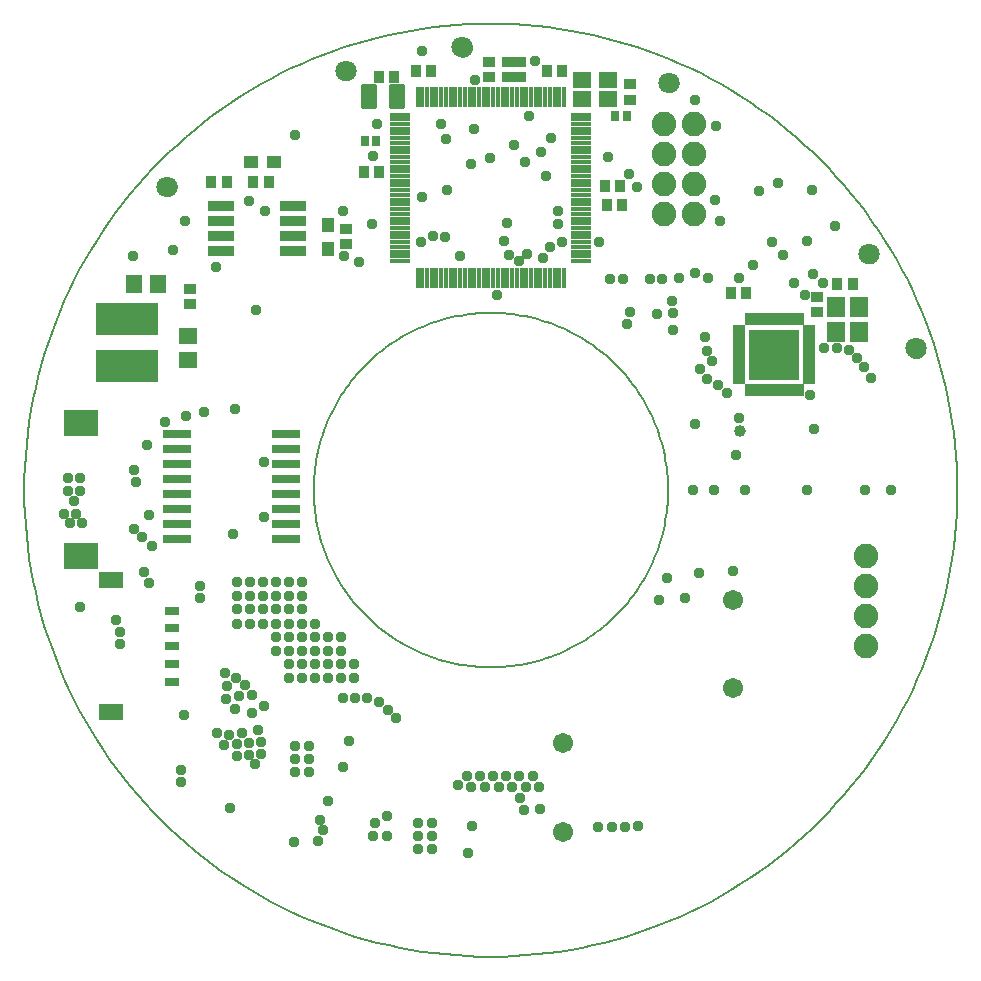
<source format=gbs>
G75*
%MOIN*%
%OFA0B0*%
%FSLAX25Y25*%
%IPPOS*%
%LPD*%
%AMOC8*
5,1,8,0,0,1.08239X$1,22.5*
%
%ADD10C,0.00600*%
%ADD11C,0.00000*%
%ADD12C,0.07099*%
%ADD13R,0.05918X0.06706*%
%ADD14R,0.04343X0.03556*%
%ADD15R,0.03556X0.04343*%
%ADD16R,0.04737X0.03950*%
%ADD17R,0.03950X0.04737*%
%ADD18R,0.05524X0.05918*%
%ADD19R,0.05918X0.05524*%
%ADD20R,0.01765X0.07099*%
%ADD21R,0.07099X0.01765*%
%ADD22R,0.08800X0.03400*%
%ADD23R,0.09461X0.03162*%
%ADD24R,0.20800X0.10800*%
%ADD25R,0.03162X0.03556*%
%ADD26C,0.06737*%
%ADD27R,0.06312X0.05524*%
%ADD28R,0.04146X0.01902*%
%ADD29R,0.01902X0.04146*%
%ADD30R,0.17139X0.17139*%
%ADD31C,0.01539*%
%ADD32R,0.11824X0.09068*%
%ADD33C,0.08200*%
%ADD34R,0.04737X0.03162*%
%ADD35R,0.07887X0.05721*%
%ADD36C,0.03778*%
%ADD37C,0.03975*%
D10*
X0154843Y0163111D02*
X0154861Y0164560D01*
X0154914Y0166009D01*
X0155003Y0167455D01*
X0155127Y0168899D01*
X0155287Y0170340D01*
X0155482Y0171776D01*
X0155712Y0173207D01*
X0155978Y0174632D01*
X0156278Y0176050D01*
X0156613Y0177460D01*
X0156982Y0178862D01*
X0157386Y0180254D01*
X0157824Y0181635D01*
X0158295Y0183006D01*
X0158800Y0184365D01*
X0159338Y0185710D01*
X0159909Y0187043D01*
X0160513Y0188360D01*
X0161149Y0189663D01*
X0161816Y0190949D01*
X0162515Y0192219D01*
X0163245Y0193471D01*
X0164005Y0194705D01*
X0164796Y0195920D01*
X0165616Y0197115D01*
X0166465Y0198290D01*
X0167342Y0199444D01*
X0168248Y0200575D01*
X0169181Y0201684D01*
X0170141Y0202770D01*
X0171128Y0203832D01*
X0172140Y0204869D01*
X0173177Y0205881D01*
X0174239Y0206868D01*
X0175325Y0207828D01*
X0176434Y0208761D01*
X0177565Y0209667D01*
X0178719Y0210544D01*
X0179894Y0211393D01*
X0181089Y0212213D01*
X0182304Y0213004D01*
X0183538Y0213764D01*
X0184790Y0214494D01*
X0186060Y0215193D01*
X0187346Y0215860D01*
X0188649Y0216496D01*
X0189966Y0217100D01*
X0191299Y0217671D01*
X0192644Y0218209D01*
X0194003Y0218714D01*
X0195374Y0219185D01*
X0196755Y0219623D01*
X0198147Y0220027D01*
X0199549Y0220396D01*
X0200959Y0220731D01*
X0202377Y0221031D01*
X0203802Y0221297D01*
X0205233Y0221527D01*
X0206669Y0221722D01*
X0208110Y0221882D01*
X0209554Y0222006D01*
X0211000Y0222095D01*
X0212449Y0222148D01*
X0213898Y0222166D01*
X0215347Y0222148D01*
X0216796Y0222095D01*
X0218242Y0222006D01*
X0219686Y0221882D01*
X0221127Y0221722D01*
X0222563Y0221527D01*
X0223994Y0221297D01*
X0225419Y0221031D01*
X0226837Y0220731D01*
X0228247Y0220396D01*
X0229649Y0220027D01*
X0231041Y0219623D01*
X0232422Y0219185D01*
X0233793Y0218714D01*
X0235152Y0218209D01*
X0236497Y0217671D01*
X0237830Y0217100D01*
X0239147Y0216496D01*
X0240450Y0215860D01*
X0241736Y0215193D01*
X0243006Y0214494D01*
X0244258Y0213764D01*
X0245492Y0213004D01*
X0246707Y0212213D01*
X0247902Y0211393D01*
X0249077Y0210544D01*
X0250231Y0209667D01*
X0251362Y0208761D01*
X0252471Y0207828D01*
X0253557Y0206868D01*
X0254619Y0205881D01*
X0255656Y0204869D01*
X0256668Y0203832D01*
X0257655Y0202770D01*
X0258615Y0201684D01*
X0259548Y0200575D01*
X0260454Y0199444D01*
X0261331Y0198290D01*
X0262180Y0197115D01*
X0263000Y0195920D01*
X0263791Y0194705D01*
X0264551Y0193471D01*
X0265281Y0192219D01*
X0265980Y0190949D01*
X0266647Y0189663D01*
X0267283Y0188360D01*
X0267887Y0187043D01*
X0268458Y0185710D01*
X0268996Y0184365D01*
X0269501Y0183006D01*
X0269972Y0181635D01*
X0270410Y0180254D01*
X0270814Y0178862D01*
X0271183Y0177460D01*
X0271518Y0176050D01*
X0271818Y0174632D01*
X0272084Y0173207D01*
X0272314Y0171776D01*
X0272509Y0170340D01*
X0272669Y0168899D01*
X0272793Y0167455D01*
X0272882Y0166009D01*
X0272935Y0164560D01*
X0272953Y0163111D01*
X0272935Y0161662D01*
X0272882Y0160213D01*
X0272793Y0158767D01*
X0272669Y0157323D01*
X0272509Y0155882D01*
X0272314Y0154446D01*
X0272084Y0153015D01*
X0271818Y0151590D01*
X0271518Y0150172D01*
X0271183Y0148762D01*
X0270814Y0147360D01*
X0270410Y0145968D01*
X0269972Y0144587D01*
X0269501Y0143216D01*
X0268996Y0141857D01*
X0268458Y0140512D01*
X0267887Y0139179D01*
X0267283Y0137862D01*
X0266647Y0136559D01*
X0265980Y0135273D01*
X0265281Y0134003D01*
X0264551Y0132751D01*
X0263791Y0131517D01*
X0263000Y0130302D01*
X0262180Y0129107D01*
X0261331Y0127932D01*
X0260454Y0126778D01*
X0259548Y0125647D01*
X0258615Y0124538D01*
X0257655Y0123452D01*
X0256668Y0122390D01*
X0255656Y0121353D01*
X0254619Y0120341D01*
X0253557Y0119354D01*
X0252471Y0118394D01*
X0251362Y0117461D01*
X0250231Y0116555D01*
X0249077Y0115678D01*
X0247902Y0114829D01*
X0246707Y0114009D01*
X0245492Y0113218D01*
X0244258Y0112458D01*
X0243006Y0111728D01*
X0241736Y0111029D01*
X0240450Y0110362D01*
X0239147Y0109726D01*
X0237830Y0109122D01*
X0236497Y0108551D01*
X0235152Y0108013D01*
X0233793Y0107508D01*
X0232422Y0107037D01*
X0231041Y0106599D01*
X0229649Y0106195D01*
X0228247Y0105826D01*
X0226837Y0105491D01*
X0225419Y0105191D01*
X0223994Y0104925D01*
X0222563Y0104695D01*
X0221127Y0104500D01*
X0219686Y0104340D01*
X0218242Y0104216D01*
X0216796Y0104127D01*
X0215347Y0104074D01*
X0213898Y0104056D01*
X0212449Y0104074D01*
X0211000Y0104127D01*
X0209554Y0104216D01*
X0208110Y0104340D01*
X0206669Y0104500D01*
X0205233Y0104695D01*
X0203802Y0104925D01*
X0202377Y0105191D01*
X0200959Y0105491D01*
X0199549Y0105826D01*
X0198147Y0106195D01*
X0196755Y0106599D01*
X0195374Y0107037D01*
X0194003Y0107508D01*
X0192644Y0108013D01*
X0191299Y0108551D01*
X0189966Y0109122D01*
X0188649Y0109726D01*
X0187346Y0110362D01*
X0186060Y0111029D01*
X0184790Y0111728D01*
X0183538Y0112458D01*
X0182304Y0113218D01*
X0181089Y0114009D01*
X0179894Y0114829D01*
X0178719Y0115678D01*
X0177565Y0116555D01*
X0176434Y0117461D01*
X0175325Y0118394D01*
X0174239Y0119354D01*
X0173177Y0120341D01*
X0172140Y0121353D01*
X0171128Y0122390D01*
X0170141Y0123452D01*
X0169181Y0124538D01*
X0168248Y0125647D01*
X0167342Y0126778D01*
X0166465Y0127932D01*
X0165616Y0129107D01*
X0164796Y0130302D01*
X0164005Y0131517D01*
X0163245Y0132751D01*
X0162515Y0134003D01*
X0161816Y0135273D01*
X0161149Y0136559D01*
X0160513Y0137862D01*
X0159909Y0139179D01*
X0159338Y0140512D01*
X0158800Y0141857D01*
X0158295Y0143216D01*
X0157824Y0144587D01*
X0157386Y0145968D01*
X0156982Y0147360D01*
X0156613Y0148762D01*
X0156278Y0150172D01*
X0155978Y0151590D01*
X0155712Y0153015D01*
X0155482Y0154446D01*
X0155287Y0155882D01*
X0155127Y0157323D01*
X0155003Y0158767D01*
X0154914Y0160213D01*
X0154861Y0161662D01*
X0154843Y0163111D01*
X0058386Y0163111D02*
X0058433Y0166927D01*
X0058573Y0170742D01*
X0058807Y0174551D01*
X0059135Y0178354D01*
X0059556Y0182147D01*
X0060069Y0185929D01*
X0060676Y0189698D01*
X0061374Y0193450D01*
X0062165Y0197184D01*
X0063046Y0200897D01*
X0064019Y0204588D01*
X0065082Y0208254D01*
X0066235Y0211892D01*
X0067477Y0215501D01*
X0068806Y0219079D01*
X0070224Y0222623D01*
X0071727Y0226131D01*
X0073317Y0229601D01*
X0074991Y0233031D01*
X0076749Y0236419D01*
X0078589Y0239763D01*
X0080511Y0243060D01*
X0082513Y0246310D01*
X0084594Y0249509D01*
X0086754Y0252656D01*
X0088990Y0255749D01*
X0091301Y0258787D01*
X0093686Y0261767D01*
X0096143Y0264687D01*
X0098671Y0267546D01*
X0101269Y0270343D01*
X0103934Y0273075D01*
X0106666Y0275740D01*
X0109463Y0278338D01*
X0112322Y0280866D01*
X0115242Y0283323D01*
X0118222Y0285708D01*
X0121260Y0288019D01*
X0124353Y0290255D01*
X0127500Y0292415D01*
X0130699Y0294496D01*
X0133949Y0296498D01*
X0137246Y0298420D01*
X0140590Y0300260D01*
X0143978Y0302018D01*
X0147408Y0303692D01*
X0150878Y0305282D01*
X0154386Y0306785D01*
X0157930Y0308203D01*
X0161508Y0309532D01*
X0165117Y0310774D01*
X0168755Y0311927D01*
X0172421Y0312990D01*
X0176112Y0313963D01*
X0179825Y0314844D01*
X0183559Y0315635D01*
X0187311Y0316333D01*
X0191080Y0316940D01*
X0194862Y0317453D01*
X0198655Y0317874D01*
X0202458Y0318202D01*
X0206267Y0318436D01*
X0210082Y0318576D01*
X0213898Y0318623D01*
X0217714Y0318576D01*
X0221529Y0318436D01*
X0225338Y0318202D01*
X0229141Y0317874D01*
X0232934Y0317453D01*
X0236716Y0316940D01*
X0240485Y0316333D01*
X0244237Y0315635D01*
X0247971Y0314844D01*
X0251684Y0313963D01*
X0255375Y0312990D01*
X0259041Y0311927D01*
X0262679Y0310774D01*
X0266288Y0309532D01*
X0269866Y0308203D01*
X0273410Y0306785D01*
X0276918Y0305282D01*
X0280388Y0303692D01*
X0283818Y0302018D01*
X0287206Y0300260D01*
X0290550Y0298420D01*
X0293847Y0296498D01*
X0297097Y0294496D01*
X0300296Y0292415D01*
X0303443Y0290255D01*
X0306536Y0288019D01*
X0309574Y0285708D01*
X0312554Y0283323D01*
X0315474Y0280866D01*
X0318333Y0278338D01*
X0321130Y0275740D01*
X0323862Y0273075D01*
X0326527Y0270343D01*
X0329125Y0267546D01*
X0331653Y0264687D01*
X0334110Y0261767D01*
X0336495Y0258787D01*
X0338806Y0255749D01*
X0341042Y0252656D01*
X0343202Y0249509D01*
X0345283Y0246310D01*
X0347285Y0243060D01*
X0349207Y0239763D01*
X0351047Y0236419D01*
X0352805Y0233031D01*
X0354479Y0229601D01*
X0356069Y0226131D01*
X0357572Y0222623D01*
X0358990Y0219079D01*
X0360319Y0215501D01*
X0361561Y0211892D01*
X0362714Y0208254D01*
X0363777Y0204588D01*
X0364750Y0200897D01*
X0365631Y0197184D01*
X0366422Y0193450D01*
X0367120Y0189698D01*
X0367727Y0185929D01*
X0368240Y0182147D01*
X0368661Y0178354D01*
X0368989Y0174551D01*
X0369223Y0170742D01*
X0369363Y0166927D01*
X0369410Y0163111D01*
X0369363Y0159295D01*
X0369223Y0155480D01*
X0368989Y0151671D01*
X0368661Y0147868D01*
X0368240Y0144075D01*
X0367727Y0140293D01*
X0367120Y0136524D01*
X0366422Y0132772D01*
X0365631Y0129038D01*
X0364750Y0125325D01*
X0363777Y0121634D01*
X0362714Y0117968D01*
X0361561Y0114330D01*
X0360319Y0110721D01*
X0358990Y0107143D01*
X0357572Y0103599D01*
X0356069Y0100091D01*
X0354479Y0096621D01*
X0352805Y0093191D01*
X0351047Y0089803D01*
X0349207Y0086459D01*
X0347285Y0083162D01*
X0345283Y0079912D01*
X0343202Y0076713D01*
X0341042Y0073566D01*
X0338806Y0070473D01*
X0336495Y0067435D01*
X0334110Y0064455D01*
X0331653Y0061535D01*
X0329125Y0058676D01*
X0326527Y0055879D01*
X0323862Y0053147D01*
X0321130Y0050482D01*
X0318333Y0047884D01*
X0315474Y0045356D01*
X0312554Y0042899D01*
X0309574Y0040514D01*
X0306536Y0038203D01*
X0303443Y0035967D01*
X0300296Y0033807D01*
X0297097Y0031726D01*
X0293847Y0029724D01*
X0290550Y0027802D01*
X0287206Y0025962D01*
X0283818Y0024204D01*
X0280388Y0022530D01*
X0276918Y0020940D01*
X0273410Y0019437D01*
X0269866Y0018019D01*
X0266288Y0016690D01*
X0262679Y0015448D01*
X0259041Y0014295D01*
X0255375Y0013232D01*
X0251684Y0012259D01*
X0247971Y0011378D01*
X0244237Y0010587D01*
X0240485Y0009889D01*
X0236716Y0009282D01*
X0232934Y0008769D01*
X0229141Y0008348D01*
X0225338Y0008020D01*
X0221529Y0007786D01*
X0217714Y0007646D01*
X0213898Y0007599D01*
X0210082Y0007646D01*
X0206267Y0007786D01*
X0202458Y0008020D01*
X0198655Y0008348D01*
X0194862Y0008769D01*
X0191080Y0009282D01*
X0187311Y0009889D01*
X0183559Y0010587D01*
X0179825Y0011378D01*
X0176112Y0012259D01*
X0172421Y0013232D01*
X0168755Y0014295D01*
X0165117Y0015448D01*
X0161508Y0016690D01*
X0157930Y0018019D01*
X0154386Y0019437D01*
X0150878Y0020940D01*
X0147408Y0022530D01*
X0143978Y0024204D01*
X0140590Y0025962D01*
X0137246Y0027802D01*
X0133949Y0029724D01*
X0130699Y0031726D01*
X0127500Y0033807D01*
X0124353Y0035967D01*
X0121260Y0038203D01*
X0118222Y0040514D01*
X0115242Y0042899D01*
X0112322Y0045356D01*
X0109463Y0047884D01*
X0106666Y0050482D01*
X0103934Y0053147D01*
X0101269Y0055879D01*
X0098671Y0058676D01*
X0096143Y0061535D01*
X0093686Y0064455D01*
X0091301Y0067435D01*
X0088990Y0070473D01*
X0086754Y0073566D01*
X0084594Y0076713D01*
X0082513Y0079912D01*
X0080511Y0083162D01*
X0078589Y0086459D01*
X0076749Y0089803D01*
X0074991Y0093191D01*
X0073317Y0096621D01*
X0071727Y0100091D01*
X0070224Y0103599D01*
X0068806Y0107143D01*
X0067477Y0110721D01*
X0066235Y0114330D01*
X0065082Y0117968D01*
X0064019Y0121634D01*
X0063046Y0125325D01*
X0062165Y0129038D01*
X0061374Y0132772D01*
X0060676Y0136524D01*
X0060069Y0140293D01*
X0059556Y0144075D01*
X0059135Y0147868D01*
X0058807Y0151671D01*
X0058573Y0155480D01*
X0058433Y0159295D01*
X0058386Y0163111D01*
D11*
X0102874Y0264292D02*
X0102876Y0264404D01*
X0102882Y0264515D01*
X0102892Y0264627D01*
X0102906Y0264738D01*
X0102923Y0264848D01*
X0102945Y0264958D01*
X0102971Y0265067D01*
X0103000Y0265175D01*
X0103033Y0265281D01*
X0103070Y0265387D01*
X0103111Y0265491D01*
X0103156Y0265594D01*
X0103204Y0265695D01*
X0103255Y0265794D01*
X0103310Y0265891D01*
X0103369Y0265986D01*
X0103430Y0266080D01*
X0103495Y0266171D01*
X0103564Y0266259D01*
X0103635Y0266345D01*
X0103709Y0266429D01*
X0103787Y0266509D01*
X0103867Y0266587D01*
X0103950Y0266663D01*
X0104035Y0266735D01*
X0104123Y0266804D01*
X0104213Y0266870D01*
X0104306Y0266932D01*
X0104401Y0266992D01*
X0104498Y0267048D01*
X0104596Y0267100D01*
X0104697Y0267149D01*
X0104799Y0267194D01*
X0104903Y0267236D01*
X0105008Y0267274D01*
X0105115Y0267308D01*
X0105222Y0267338D01*
X0105331Y0267365D01*
X0105440Y0267387D01*
X0105551Y0267406D01*
X0105661Y0267421D01*
X0105773Y0267432D01*
X0105884Y0267439D01*
X0105996Y0267442D01*
X0106108Y0267441D01*
X0106220Y0267436D01*
X0106331Y0267427D01*
X0106442Y0267414D01*
X0106553Y0267397D01*
X0106663Y0267377D01*
X0106772Y0267352D01*
X0106880Y0267324D01*
X0106987Y0267291D01*
X0107093Y0267255D01*
X0107197Y0267215D01*
X0107300Y0267172D01*
X0107402Y0267125D01*
X0107501Y0267074D01*
X0107599Y0267020D01*
X0107695Y0266962D01*
X0107789Y0266901D01*
X0107880Y0266837D01*
X0107969Y0266770D01*
X0108056Y0266699D01*
X0108140Y0266625D01*
X0108222Y0266549D01*
X0108300Y0266469D01*
X0108376Y0266387D01*
X0108449Y0266302D01*
X0108519Y0266215D01*
X0108585Y0266125D01*
X0108649Y0266033D01*
X0108709Y0265939D01*
X0108766Y0265843D01*
X0108819Y0265744D01*
X0108869Y0265644D01*
X0108915Y0265543D01*
X0108958Y0265439D01*
X0108997Y0265334D01*
X0109032Y0265228D01*
X0109063Y0265121D01*
X0109091Y0265012D01*
X0109114Y0264903D01*
X0109134Y0264793D01*
X0109150Y0264682D01*
X0109162Y0264571D01*
X0109170Y0264460D01*
X0109174Y0264348D01*
X0109174Y0264236D01*
X0109170Y0264124D01*
X0109162Y0264013D01*
X0109150Y0263902D01*
X0109134Y0263791D01*
X0109114Y0263681D01*
X0109091Y0263572D01*
X0109063Y0263463D01*
X0109032Y0263356D01*
X0108997Y0263250D01*
X0108958Y0263145D01*
X0108915Y0263041D01*
X0108869Y0262940D01*
X0108819Y0262840D01*
X0108766Y0262741D01*
X0108709Y0262645D01*
X0108649Y0262551D01*
X0108585Y0262459D01*
X0108519Y0262369D01*
X0108449Y0262282D01*
X0108376Y0262197D01*
X0108300Y0262115D01*
X0108222Y0262035D01*
X0108140Y0261959D01*
X0108056Y0261885D01*
X0107969Y0261814D01*
X0107880Y0261747D01*
X0107789Y0261683D01*
X0107695Y0261622D01*
X0107599Y0261564D01*
X0107501Y0261510D01*
X0107402Y0261459D01*
X0107300Y0261412D01*
X0107197Y0261369D01*
X0107093Y0261329D01*
X0106987Y0261293D01*
X0106880Y0261260D01*
X0106772Y0261232D01*
X0106663Y0261207D01*
X0106553Y0261187D01*
X0106442Y0261170D01*
X0106331Y0261157D01*
X0106220Y0261148D01*
X0106108Y0261143D01*
X0105996Y0261142D01*
X0105884Y0261145D01*
X0105773Y0261152D01*
X0105661Y0261163D01*
X0105551Y0261178D01*
X0105440Y0261197D01*
X0105331Y0261219D01*
X0105222Y0261246D01*
X0105115Y0261276D01*
X0105008Y0261310D01*
X0104903Y0261348D01*
X0104799Y0261390D01*
X0104697Y0261435D01*
X0104596Y0261484D01*
X0104498Y0261536D01*
X0104401Y0261592D01*
X0104306Y0261652D01*
X0104213Y0261714D01*
X0104123Y0261780D01*
X0104035Y0261849D01*
X0103950Y0261921D01*
X0103867Y0261997D01*
X0103787Y0262075D01*
X0103709Y0262155D01*
X0103635Y0262239D01*
X0103564Y0262325D01*
X0103495Y0262413D01*
X0103430Y0262504D01*
X0103369Y0262598D01*
X0103310Y0262693D01*
X0103255Y0262790D01*
X0103204Y0262889D01*
X0103156Y0262990D01*
X0103111Y0263093D01*
X0103070Y0263197D01*
X0103033Y0263303D01*
X0103000Y0263409D01*
X0102971Y0263517D01*
X0102945Y0263626D01*
X0102923Y0263736D01*
X0102906Y0263846D01*
X0102892Y0263957D01*
X0102882Y0264069D01*
X0102876Y0264180D01*
X0102874Y0264292D01*
X0162323Y0302875D02*
X0162325Y0302987D01*
X0162331Y0303098D01*
X0162341Y0303210D01*
X0162355Y0303321D01*
X0162372Y0303431D01*
X0162394Y0303541D01*
X0162420Y0303650D01*
X0162449Y0303758D01*
X0162482Y0303864D01*
X0162519Y0303970D01*
X0162560Y0304074D01*
X0162605Y0304177D01*
X0162653Y0304278D01*
X0162704Y0304377D01*
X0162759Y0304474D01*
X0162818Y0304569D01*
X0162879Y0304663D01*
X0162944Y0304754D01*
X0163013Y0304842D01*
X0163084Y0304928D01*
X0163158Y0305012D01*
X0163236Y0305092D01*
X0163316Y0305170D01*
X0163399Y0305246D01*
X0163484Y0305318D01*
X0163572Y0305387D01*
X0163662Y0305453D01*
X0163755Y0305515D01*
X0163850Y0305575D01*
X0163947Y0305631D01*
X0164045Y0305683D01*
X0164146Y0305732D01*
X0164248Y0305777D01*
X0164352Y0305819D01*
X0164457Y0305857D01*
X0164564Y0305891D01*
X0164671Y0305921D01*
X0164780Y0305948D01*
X0164889Y0305970D01*
X0165000Y0305989D01*
X0165110Y0306004D01*
X0165222Y0306015D01*
X0165333Y0306022D01*
X0165445Y0306025D01*
X0165557Y0306024D01*
X0165669Y0306019D01*
X0165780Y0306010D01*
X0165891Y0305997D01*
X0166002Y0305980D01*
X0166112Y0305960D01*
X0166221Y0305935D01*
X0166329Y0305907D01*
X0166436Y0305874D01*
X0166542Y0305838D01*
X0166646Y0305798D01*
X0166749Y0305755D01*
X0166851Y0305708D01*
X0166950Y0305657D01*
X0167048Y0305603D01*
X0167144Y0305545D01*
X0167238Y0305484D01*
X0167329Y0305420D01*
X0167418Y0305353D01*
X0167505Y0305282D01*
X0167589Y0305208D01*
X0167671Y0305132D01*
X0167749Y0305052D01*
X0167825Y0304970D01*
X0167898Y0304885D01*
X0167968Y0304798D01*
X0168034Y0304708D01*
X0168098Y0304616D01*
X0168158Y0304522D01*
X0168215Y0304426D01*
X0168268Y0304327D01*
X0168318Y0304227D01*
X0168364Y0304126D01*
X0168407Y0304022D01*
X0168446Y0303917D01*
X0168481Y0303811D01*
X0168512Y0303704D01*
X0168540Y0303595D01*
X0168563Y0303486D01*
X0168583Y0303376D01*
X0168599Y0303265D01*
X0168611Y0303154D01*
X0168619Y0303043D01*
X0168623Y0302931D01*
X0168623Y0302819D01*
X0168619Y0302707D01*
X0168611Y0302596D01*
X0168599Y0302485D01*
X0168583Y0302374D01*
X0168563Y0302264D01*
X0168540Y0302155D01*
X0168512Y0302046D01*
X0168481Y0301939D01*
X0168446Y0301833D01*
X0168407Y0301728D01*
X0168364Y0301624D01*
X0168318Y0301523D01*
X0168268Y0301423D01*
X0168215Y0301324D01*
X0168158Y0301228D01*
X0168098Y0301134D01*
X0168034Y0301042D01*
X0167968Y0300952D01*
X0167898Y0300865D01*
X0167825Y0300780D01*
X0167749Y0300698D01*
X0167671Y0300618D01*
X0167589Y0300542D01*
X0167505Y0300468D01*
X0167418Y0300397D01*
X0167329Y0300330D01*
X0167238Y0300266D01*
X0167144Y0300205D01*
X0167048Y0300147D01*
X0166950Y0300093D01*
X0166851Y0300042D01*
X0166749Y0299995D01*
X0166646Y0299952D01*
X0166542Y0299912D01*
X0166436Y0299876D01*
X0166329Y0299843D01*
X0166221Y0299815D01*
X0166112Y0299790D01*
X0166002Y0299770D01*
X0165891Y0299753D01*
X0165780Y0299740D01*
X0165669Y0299731D01*
X0165557Y0299726D01*
X0165445Y0299725D01*
X0165333Y0299728D01*
X0165222Y0299735D01*
X0165110Y0299746D01*
X0165000Y0299761D01*
X0164889Y0299780D01*
X0164780Y0299802D01*
X0164671Y0299829D01*
X0164564Y0299859D01*
X0164457Y0299893D01*
X0164352Y0299931D01*
X0164248Y0299973D01*
X0164146Y0300018D01*
X0164045Y0300067D01*
X0163947Y0300119D01*
X0163850Y0300175D01*
X0163755Y0300235D01*
X0163662Y0300297D01*
X0163572Y0300363D01*
X0163484Y0300432D01*
X0163399Y0300504D01*
X0163316Y0300580D01*
X0163236Y0300658D01*
X0163158Y0300738D01*
X0163084Y0300822D01*
X0163013Y0300908D01*
X0162944Y0300996D01*
X0162879Y0301087D01*
X0162818Y0301181D01*
X0162759Y0301276D01*
X0162704Y0301373D01*
X0162653Y0301472D01*
X0162605Y0301573D01*
X0162560Y0301676D01*
X0162519Y0301780D01*
X0162482Y0301886D01*
X0162449Y0301992D01*
X0162420Y0302100D01*
X0162394Y0302209D01*
X0162372Y0302319D01*
X0162355Y0302429D01*
X0162341Y0302540D01*
X0162331Y0302652D01*
X0162325Y0302763D01*
X0162323Y0302875D01*
X0201300Y0310749D02*
X0201302Y0310861D01*
X0201308Y0310972D01*
X0201318Y0311084D01*
X0201332Y0311195D01*
X0201349Y0311305D01*
X0201371Y0311415D01*
X0201397Y0311524D01*
X0201426Y0311632D01*
X0201459Y0311738D01*
X0201496Y0311844D01*
X0201537Y0311948D01*
X0201582Y0312051D01*
X0201630Y0312152D01*
X0201681Y0312251D01*
X0201736Y0312348D01*
X0201795Y0312443D01*
X0201856Y0312537D01*
X0201921Y0312628D01*
X0201990Y0312716D01*
X0202061Y0312802D01*
X0202135Y0312886D01*
X0202213Y0312966D01*
X0202293Y0313044D01*
X0202376Y0313120D01*
X0202461Y0313192D01*
X0202549Y0313261D01*
X0202639Y0313327D01*
X0202732Y0313389D01*
X0202827Y0313449D01*
X0202924Y0313505D01*
X0203022Y0313557D01*
X0203123Y0313606D01*
X0203225Y0313651D01*
X0203329Y0313693D01*
X0203434Y0313731D01*
X0203541Y0313765D01*
X0203648Y0313795D01*
X0203757Y0313822D01*
X0203866Y0313844D01*
X0203977Y0313863D01*
X0204087Y0313878D01*
X0204199Y0313889D01*
X0204310Y0313896D01*
X0204422Y0313899D01*
X0204534Y0313898D01*
X0204646Y0313893D01*
X0204757Y0313884D01*
X0204868Y0313871D01*
X0204979Y0313854D01*
X0205089Y0313834D01*
X0205198Y0313809D01*
X0205306Y0313781D01*
X0205413Y0313748D01*
X0205519Y0313712D01*
X0205623Y0313672D01*
X0205726Y0313629D01*
X0205828Y0313582D01*
X0205927Y0313531D01*
X0206025Y0313477D01*
X0206121Y0313419D01*
X0206215Y0313358D01*
X0206306Y0313294D01*
X0206395Y0313227D01*
X0206482Y0313156D01*
X0206566Y0313082D01*
X0206648Y0313006D01*
X0206726Y0312926D01*
X0206802Y0312844D01*
X0206875Y0312759D01*
X0206945Y0312672D01*
X0207011Y0312582D01*
X0207075Y0312490D01*
X0207135Y0312396D01*
X0207192Y0312300D01*
X0207245Y0312201D01*
X0207295Y0312101D01*
X0207341Y0312000D01*
X0207384Y0311896D01*
X0207423Y0311791D01*
X0207458Y0311685D01*
X0207489Y0311578D01*
X0207517Y0311469D01*
X0207540Y0311360D01*
X0207560Y0311250D01*
X0207576Y0311139D01*
X0207588Y0311028D01*
X0207596Y0310917D01*
X0207600Y0310805D01*
X0207600Y0310693D01*
X0207596Y0310581D01*
X0207588Y0310470D01*
X0207576Y0310359D01*
X0207560Y0310248D01*
X0207540Y0310138D01*
X0207517Y0310029D01*
X0207489Y0309920D01*
X0207458Y0309813D01*
X0207423Y0309707D01*
X0207384Y0309602D01*
X0207341Y0309498D01*
X0207295Y0309397D01*
X0207245Y0309297D01*
X0207192Y0309198D01*
X0207135Y0309102D01*
X0207075Y0309008D01*
X0207011Y0308916D01*
X0206945Y0308826D01*
X0206875Y0308739D01*
X0206802Y0308654D01*
X0206726Y0308572D01*
X0206648Y0308492D01*
X0206566Y0308416D01*
X0206482Y0308342D01*
X0206395Y0308271D01*
X0206306Y0308204D01*
X0206215Y0308140D01*
X0206121Y0308079D01*
X0206025Y0308021D01*
X0205927Y0307967D01*
X0205828Y0307916D01*
X0205726Y0307869D01*
X0205623Y0307826D01*
X0205519Y0307786D01*
X0205413Y0307750D01*
X0205306Y0307717D01*
X0205198Y0307689D01*
X0205089Y0307664D01*
X0204979Y0307644D01*
X0204868Y0307627D01*
X0204757Y0307614D01*
X0204646Y0307605D01*
X0204534Y0307600D01*
X0204422Y0307599D01*
X0204310Y0307602D01*
X0204199Y0307609D01*
X0204087Y0307620D01*
X0203977Y0307635D01*
X0203866Y0307654D01*
X0203757Y0307676D01*
X0203648Y0307703D01*
X0203541Y0307733D01*
X0203434Y0307767D01*
X0203329Y0307805D01*
X0203225Y0307847D01*
X0203123Y0307892D01*
X0203022Y0307941D01*
X0202924Y0307993D01*
X0202827Y0308049D01*
X0202732Y0308109D01*
X0202639Y0308171D01*
X0202549Y0308237D01*
X0202461Y0308306D01*
X0202376Y0308378D01*
X0202293Y0308454D01*
X0202213Y0308532D01*
X0202135Y0308612D01*
X0202061Y0308696D01*
X0201990Y0308782D01*
X0201921Y0308870D01*
X0201856Y0308961D01*
X0201795Y0309055D01*
X0201736Y0309150D01*
X0201681Y0309247D01*
X0201630Y0309346D01*
X0201582Y0309447D01*
X0201537Y0309550D01*
X0201496Y0309654D01*
X0201459Y0309760D01*
X0201426Y0309866D01*
X0201397Y0309974D01*
X0201371Y0310083D01*
X0201349Y0310193D01*
X0201332Y0310303D01*
X0201318Y0310414D01*
X0201308Y0310526D01*
X0201302Y0310637D01*
X0201300Y0310749D01*
X0270197Y0298938D02*
X0270199Y0299050D01*
X0270205Y0299161D01*
X0270215Y0299273D01*
X0270229Y0299384D01*
X0270246Y0299494D01*
X0270268Y0299604D01*
X0270294Y0299713D01*
X0270323Y0299821D01*
X0270356Y0299927D01*
X0270393Y0300033D01*
X0270434Y0300137D01*
X0270479Y0300240D01*
X0270527Y0300341D01*
X0270578Y0300440D01*
X0270633Y0300537D01*
X0270692Y0300632D01*
X0270753Y0300726D01*
X0270818Y0300817D01*
X0270887Y0300905D01*
X0270958Y0300991D01*
X0271032Y0301075D01*
X0271110Y0301155D01*
X0271190Y0301233D01*
X0271273Y0301309D01*
X0271358Y0301381D01*
X0271446Y0301450D01*
X0271536Y0301516D01*
X0271629Y0301578D01*
X0271724Y0301638D01*
X0271821Y0301694D01*
X0271919Y0301746D01*
X0272020Y0301795D01*
X0272122Y0301840D01*
X0272226Y0301882D01*
X0272331Y0301920D01*
X0272438Y0301954D01*
X0272545Y0301984D01*
X0272654Y0302011D01*
X0272763Y0302033D01*
X0272874Y0302052D01*
X0272984Y0302067D01*
X0273096Y0302078D01*
X0273207Y0302085D01*
X0273319Y0302088D01*
X0273431Y0302087D01*
X0273543Y0302082D01*
X0273654Y0302073D01*
X0273765Y0302060D01*
X0273876Y0302043D01*
X0273986Y0302023D01*
X0274095Y0301998D01*
X0274203Y0301970D01*
X0274310Y0301937D01*
X0274416Y0301901D01*
X0274520Y0301861D01*
X0274623Y0301818D01*
X0274725Y0301771D01*
X0274824Y0301720D01*
X0274922Y0301666D01*
X0275018Y0301608D01*
X0275112Y0301547D01*
X0275203Y0301483D01*
X0275292Y0301416D01*
X0275379Y0301345D01*
X0275463Y0301271D01*
X0275545Y0301195D01*
X0275623Y0301115D01*
X0275699Y0301033D01*
X0275772Y0300948D01*
X0275842Y0300861D01*
X0275908Y0300771D01*
X0275972Y0300679D01*
X0276032Y0300585D01*
X0276089Y0300489D01*
X0276142Y0300390D01*
X0276192Y0300290D01*
X0276238Y0300189D01*
X0276281Y0300085D01*
X0276320Y0299980D01*
X0276355Y0299874D01*
X0276386Y0299767D01*
X0276414Y0299658D01*
X0276437Y0299549D01*
X0276457Y0299439D01*
X0276473Y0299328D01*
X0276485Y0299217D01*
X0276493Y0299106D01*
X0276497Y0298994D01*
X0276497Y0298882D01*
X0276493Y0298770D01*
X0276485Y0298659D01*
X0276473Y0298548D01*
X0276457Y0298437D01*
X0276437Y0298327D01*
X0276414Y0298218D01*
X0276386Y0298109D01*
X0276355Y0298002D01*
X0276320Y0297896D01*
X0276281Y0297791D01*
X0276238Y0297687D01*
X0276192Y0297586D01*
X0276142Y0297486D01*
X0276089Y0297387D01*
X0276032Y0297291D01*
X0275972Y0297197D01*
X0275908Y0297105D01*
X0275842Y0297015D01*
X0275772Y0296928D01*
X0275699Y0296843D01*
X0275623Y0296761D01*
X0275545Y0296681D01*
X0275463Y0296605D01*
X0275379Y0296531D01*
X0275292Y0296460D01*
X0275203Y0296393D01*
X0275112Y0296329D01*
X0275018Y0296268D01*
X0274922Y0296210D01*
X0274824Y0296156D01*
X0274725Y0296105D01*
X0274623Y0296058D01*
X0274520Y0296015D01*
X0274416Y0295975D01*
X0274310Y0295939D01*
X0274203Y0295906D01*
X0274095Y0295878D01*
X0273986Y0295853D01*
X0273876Y0295833D01*
X0273765Y0295816D01*
X0273654Y0295803D01*
X0273543Y0295794D01*
X0273431Y0295789D01*
X0273319Y0295788D01*
X0273207Y0295791D01*
X0273096Y0295798D01*
X0272984Y0295809D01*
X0272874Y0295824D01*
X0272763Y0295843D01*
X0272654Y0295865D01*
X0272545Y0295892D01*
X0272438Y0295922D01*
X0272331Y0295956D01*
X0272226Y0295994D01*
X0272122Y0296036D01*
X0272020Y0296081D01*
X0271919Y0296130D01*
X0271821Y0296182D01*
X0271724Y0296238D01*
X0271629Y0296298D01*
X0271536Y0296360D01*
X0271446Y0296426D01*
X0271358Y0296495D01*
X0271273Y0296567D01*
X0271190Y0296643D01*
X0271110Y0296721D01*
X0271032Y0296801D01*
X0270958Y0296885D01*
X0270887Y0296971D01*
X0270818Y0297059D01*
X0270753Y0297150D01*
X0270692Y0297244D01*
X0270633Y0297339D01*
X0270578Y0297436D01*
X0270527Y0297535D01*
X0270479Y0297636D01*
X0270434Y0297739D01*
X0270393Y0297843D01*
X0270356Y0297949D01*
X0270323Y0298055D01*
X0270294Y0298163D01*
X0270268Y0298272D01*
X0270246Y0298382D01*
X0270229Y0298492D01*
X0270215Y0298603D01*
X0270205Y0298715D01*
X0270199Y0298826D01*
X0270197Y0298938D01*
X0336733Y0241851D02*
X0336735Y0241963D01*
X0336741Y0242074D01*
X0336751Y0242186D01*
X0336765Y0242297D01*
X0336782Y0242407D01*
X0336804Y0242517D01*
X0336830Y0242626D01*
X0336859Y0242734D01*
X0336892Y0242840D01*
X0336929Y0242946D01*
X0336970Y0243050D01*
X0337015Y0243153D01*
X0337063Y0243254D01*
X0337114Y0243353D01*
X0337169Y0243450D01*
X0337228Y0243545D01*
X0337289Y0243639D01*
X0337354Y0243730D01*
X0337423Y0243818D01*
X0337494Y0243904D01*
X0337568Y0243988D01*
X0337646Y0244068D01*
X0337726Y0244146D01*
X0337809Y0244222D01*
X0337894Y0244294D01*
X0337982Y0244363D01*
X0338072Y0244429D01*
X0338165Y0244491D01*
X0338260Y0244551D01*
X0338357Y0244607D01*
X0338455Y0244659D01*
X0338556Y0244708D01*
X0338658Y0244753D01*
X0338762Y0244795D01*
X0338867Y0244833D01*
X0338974Y0244867D01*
X0339081Y0244897D01*
X0339190Y0244924D01*
X0339299Y0244946D01*
X0339410Y0244965D01*
X0339520Y0244980D01*
X0339632Y0244991D01*
X0339743Y0244998D01*
X0339855Y0245001D01*
X0339967Y0245000D01*
X0340079Y0244995D01*
X0340190Y0244986D01*
X0340301Y0244973D01*
X0340412Y0244956D01*
X0340522Y0244936D01*
X0340631Y0244911D01*
X0340739Y0244883D01*
X0340846Y0244850D01*
X0340952Y0244814D01*
X0341056Y0244774D01*
X0341159Y0244731D01*
X0341261Y0244684D01*
X0341360Y0244633D01*
X0341458Y0244579D01*
X0341554Y0244521D01*
X0341648Y0244460D01*
X0341739Y0244396D01*
X0341828Y0244329D01*
X0341915Y0244258D01*
X0341999Y0244184D01*
X0342081Y0244108D01*
X0342159Y0244028D01*
X0342235Y0243946D01*
X0342308Y0243861D01*
X0342378Y0243774D01*
X0342444Y0243684D01*
X0342508Y0243592D01*
X0342568Y0243498D01*
X0342625Y0243402D01*
X0342678Y0243303D01*
X0342728Y0243203D01*
X0342774Y0243102D01*
X0342817Y0242998D01*
X0342856Y0242893D01*
X0342891Y0242787D01*
X0342922Y0242680D01*
X0342950Y0242571D01*
X0342973Y0242462D01*
X0342993Y0242352D01*
X0343009Y0242241D01*
X0343021Y0242130D01*
X0343029Y0242019D01*
X0343033Y0241907D01*
X0343033Y0241795D01*
X0343029Y0241683D01*
X0343021Y0241572D01*
X0343009Y0241461D01*
X0342993Y0241350D01*
X0342973Y0241240D01*
X0342950Y0241131D01*
X0342922Y0241022D01*
X0342891Y0240915D01*
X0342856Y0240809D01*
X0342817Y0240704D01*
X0342774Y0240600D01*
X0342728Y0240499D01*
X0342678Y0240399D01*
X0342625Y0240300D01*
X0342568Y0240204D01*
X0342508Y0240110D01*
X0342444Y0240018D01*
X0342378Y0239928D01*
X0342308Y0239841D01*
X0342235Y0239756D01*
X0342159Y0239674D01*
X0342081Y0239594D01*
X0341999Y0239518D01*
X0341915Y0239444D01*
X0341828Y0239373D01*
X0341739Y0239306D01*
X0341648Y0239242D01*
X0341554Y0239181D01*
X0341458Y0239123D01*
X0341360Y0239069D01*
X0341261Y0239018D01*
X0341159Y0238971D01*
X0341056Y0238928D01*
X0340952Y0238888D01*
X0340846Y0238852D01*
X0340739Y0238819D01*
X0340631Y0238791D01*
X0340522Y0238766D01*
X0340412Y0238746D01*
X0340301Y0238729D01*
X0340190Y0238716D01*
X0340079Y0238707D01*
X0339967Y0238702D01*
X0339855Y0238701D01*
X0339743Y0238704D01*
X0339632Y0238711D01*
X0339520Y0238722D01*
X0339410Y0238737D01*
X0339299Y0238756D01*
X0339190Y0238778D01*
X0339081Y0238805D01*
X0338974Y0238835D01*
X0338867Y0238869D01*
X0338762Y0238907D01*
X0338658Y0238949D01*
X0338556Y0238994D01*
X0338455Y0239043D01*
X0338357Y0239095D01*
X0338260Y0239151D01*
X0338165Y0239211D01*
X0338072Y0239273D01*
X0337982Y0239339D01*
X0337894Y0239408D01*
X0337809Y0239480D01*
X0337726Y0239556D01*
X0337646Y0239634D01*
X0337568Y0239714D01*
X0337494Y0239798D01*
X0337423Y0239884D01*
X0337354Y0239972D01*
X0337289Y0240063D01*
X0337228Y0240157D01*
X0337169Y0240252D01*
X0337114Y0240349D01*
X0337063Y0240448D01*
X0337015Y0240549D01*
X0336970Y0240652D01*
X0336929Y0240756D01*
X0336892Y0240862D01*
X0336859Y0240968D01*
X0336830Y0241076D01*
X0336804Y0241185D01*
X0336782Y0241295D01*
X0336765Y0241405D01*
X0336751Y0241516D01*
X0336741Y0241628D01*
X0336735Y0241739D01*
X0336733Y0241851D01*
X0352481Y0210355D02*
X0352483Y0210467D01*
X0352489Y0210578D01*
X0352499Y0210690D01*
X0352513Y0210801D01*
X0352530Y0210911D01*
X0352552Y0211021D01*
X0352578Y0211130D01*
X0352607Y0211238D01*
X0352640Y0211344D01*
X0352677Y0211450D01*
X0352718Y0211554D01*
X0352763Y0211657D01*
X0352811Y0211758D01*
X0352862Y0211857D01*
X0352917Y0211954D01*
X0352976Y0212049D01*
X0353037Y0212143D01*
X0353102Y0212234D01*
X0353171Y0212322D01*
X0353242Y0212408D01*
X0353316Y0212492D01*
X0353394Y0212572D01*
X0353474Y0212650D01*
X0353557Y0212726D01*
X0353642Y0212798D01*
X0353730Y0212867D01*
X0353820Y0212933D01*
X0353913Y0212995D01*
X0354008Y0213055D01*
X0354105Y0213111D01*
X0354203Y0213163D01*
X0354304Y0213212D01*
X0354406Y0213257D01*
X0354510Y0213299D01*
X0354615Y0213337D01*
X0354722Y0213371D01*
X0354829Y0213401D01*
X0354938Y0213428D01*
X0355047Y0213450D01*
X0355158Y0213469D01*
X0355268Y0213484D01*
X0355380Y0213495D01*
X0355491Y0213502D01*
X0355603Y0213505D01*
X0355715Y0213504D01*
X0355827Y0213499D01*
X0355938Y0213490D01*
X0356049Y0213477D01*
X0356160Y0213460D01*
X0356270Y0213440D01*
X0356379Y0213415D01*
X0356487Y0213387D01*
X0356594Y0213354D01*
X0356700Y0213318D01*
X0356804Y0213278D01*
X0356907Y0213235D01*
X0357009Y0213188D01*
X0357108Y0213137D01*
X0357206Y0213083D01*
X0357302Y0213025D01*
X0357396Y0212964D01*
X0357487Y0212900D01*
X0357576Y0212833D01*
X0357663Y0212762D01*
X0357747Y0212688D01*
X0357829Y0212612D01*
X0357907Y0212532D01*
X0357983Y0212450D01*
X0358056Y0212365D01*
X0358126Y0212278D01*
X0358192Y0212188D01*
X0358256Y0212096D01*
X0358316Y0212002D01*
X0358373Y0211906D01*
X0358426Y0211807D01*
X0358476Y0211707D01*
X0358522Y0211606D01*
X0358565Y0211502D01*
X0358604Y0211397D01*
X0358639Y0211291D01*
X0358670Y0211184D01*
X0358698Y0211075D01*
X0358721Y0210966D01*
X0358741Y0210856D01*
X0358757Y0210745D01*
X0358769Y0210634D01*
X0358777Y0210523D01*
X0358781Y0210411D01*
X0358781Y0210299D01*
X0358777Y0210187D01*
X0358769Y0210076D01*
X0358757Y0209965D01*
X0358741Y0209854D01*
X0358721Y0209744D01*
X0358698Y0209635D01*
X0358670Y0209526D01*
X0358639Y0209419D01*
X0358604Y0209313D01*
X0358565Y0209208D01*
X0358522Y0209104D01*
X0358476Y0209003D01*
X0358426Y0208903D01*
X0358373Y0208804D01*
X0358316Y0208708D01*
X0358256Y0208614D01*
X0358192Y0208522D01*
X0358126Y0208432D01*
X0358056Y0208345D01*
X0357983Y0208260D01*
X0357907Y0208178D01*
X0357829Y0208098D01*
X0357747Y0208022D01*
X0357663Y0207948D01*
X0357576Y0207877D01*
X0357487Y0207810D01*
X0357396Y0207746D01*
X0357302Y0207685D01*
X0357206Y0207627D01*
X0357108Y0207573D01*
X0357009Y0207522D01*
X0356907Y0207475D01*
X0356804Y0207432D01*
X0356700Y0207392D01*
X0356594Y0207356D01*
X0356487Y0207323D01*
X0356379Y0207295D01*
X0356270Y0207270D01*
X0356160Y0207250D01*
X0356049Y0207233D01*
X0355938Y0207220D01*
X0355827Y0207211D01*
X0355715Y0207206D01*
X0355603Y0207205D01*
X0355491Y0207208D01*
X0355380Y0207215D01*
X0355268Y0207226D01*
X0355158Y0207241D01*
X0355047Y0207260D01*
X0354938Y0207282D01*
X0354829Y0207309D01*
X0354722Y0207339D01*
X0354615Y0207373D01*
X0354510Y0207411D01*
X0354406Y0207453D01*
X0354304Y0207498D01*
X0354203Y0207547D01*
X0354105Y0207599D01*
X0354008Y0207655D01*
X0353913Y0207715D01*
X0353820Y0207777D01*
X0353730Y0207843D01*
X0353642Y0207912D01*
X0353557Y0207984D01*
X0353474Y0208060D01*
X0353394Y0208138D01*
X0353316Y0208218D01*
X0353242Y0208302D01*
X0353171Y0208388D01*
X0353102Y0208476D01*
X0353037Y0208567D01*
X0352976Y0208661D01*
X0352917Y0208756D01*
X0352862Y0208853D01*
X0352811Y0208952D01*
X0352763Y0209053D01*
X0352718Y0209156D01*
X0352677Y0209260D01*
X0352640Y0209366D01*
X0352607Y0209472D01*
X0352578Y0209580D01*
X0352552Y0209689D01*
X0352530Y0209799D01*
X0352513Y0209909D01*
X0352499Y0210020D01*
X0352489Y0210132D01*
X0352483Y0210243D01*
X0352481Y0210355D01*
D12*
X0355631Y0210355D03*
X0339883Y0241851D03*
X0273347Y0298938D03*
X0204450Y0310749D03*
X0165473Y0302875D03*
X0106024Y0264292D03*
D13*
X0329056Y0224056D03*
X0336536Y0224056D03*
X0336497Y0215749D03*
X0329017Y0215749D03*
D14*
X0322599Y0222481D03*
X0322599Y0227599D03*
X0260441Y0293261D03*
X0260441Y0298380D03*
X0223662Y0300788D03*
X0219502Y0300739D03*
X0219502Y0305857D03*
X0223662Y0305906D03*
X0213253Y0305917D03*
X0213253Y0300799D03*
X0165764Y0250124D03*
X0165764Y0245006D03*
X0113780Y0230198D03*
X0113780Y0225080D03*
D15*
X0120698Y0265784D03*
X0125816Y0265784D03*
X0134763Y0265996D03*
X0139881Y0265996D03*
X0171654Y0269135D03*
X0176772Y0269135D03*
X0176620Y0300736D03*
X0181739Y0300736D03*
X0188962Y0302764D03*
X0194080Y0302764D03*
X0232507Y0302730D03*
X0237625Y0302730D03*
X0251969Y0264371D03*
X0257087Y0264371D03*
X0257678Y0258072D03*
X0252560Y0258072D03*
X0293938Y0228780D03*
X0299056Y0228780D03*
X0329371Y0231891D03*
X0334489Y0231891D03*
D16*
X0141709Y0272439D03*
X0133835Y0272439D03*
D17*
X0159550Y0251355D03*
X0159550Y0243481D03*
D18*
X0102953Y0231860D03*
X0094953Y0231860D03*
D19*
X0113073Y0214543D03*
X0113073Y0206543D03*
D20*
X0189489Y0233780D03*
X0191064Y0233780D03*
X0192639Y0233780D03*
X0194213Y0233780D03*
X0195788Y0233780D03*
X0197363Y0233780D03*
X0198938Y0233780D03*
X0200513Y0233780D03*
X0202087Y0233780D03*
X0203662Y0233780D03*
X0205237Y0233780D03*
X0206812Y0233780D03*
X0208387Y0233780D03*
X0209961Y0233780D03*
X0211536Y0233780D03*
X0213111Y0233780D03*
X0214686Y0233780D03*
X0216261Y0233780D03*
X0217835Y0233780D03*
X0219410Y0233780D03*
X0220985Y0233780D03*
X0222560Y0233780D03*
X0224135Y0233780D03*
X0225709Y0233780D03*
X0227284Y0233780D03*
X0228859Y0233780D03*
X0230434Y0233780D03*
X0232009Y0233780D03*
X0233583Y0233780D03*
X0235158Y0233780D03*
X0236733Y0233780D03*
X0238308Y0233780D03*
X0238308Y0294017D03*
X0236733Y0294017D03*
X0235158Y0294017D03*
X0233583Y0294017D03*
X0232009Y0294017D03*
X0230434Y0294017D03*
X0228859Y0294017D03*
X0227284Y0294017D03*
X0225709Y0294017D03*
X0224135Y0294017D03*
X0222560Y0294017D03*
X0220985Y0294017D03*
X0219410Y0294017D03*
X0217835Y0294017D03*
X0216261Y0294017D03*
X0214686Y0294017D03*
X0213111Y0294017D03*
X0211536Y0294017D03*
X0209961Y0294017D03*
X0208387Y0294017D03*
X0206812Y0294017D03*
X0205237Y0294017D03*
X0203662Y0294017D03*
X0202087Y0294017D03*
X0200513Y0294017D03*
X0198938Y0294017D03*
X0197363Y0294017D03*
X0195788Y0294017D03*
X0194213Y0294017D03*
X0192639Y0294017D03*
X0191064Y0294017D03*
X0189489Y0294017D03*
D21*
X0183780Y0288308D03*
X0183780Y0286733D03*
X0183780Y0285158D03*
X0183780Y0283583D03*
X0183780Y0282009D03*
X0183780Y0280434D03*
X0183780Y0278859D03*
X0183780Y0277284D03*
X0183780Y0275709D03*
X0183780Y0274135D03*
X0183780Y0272560D03*
X0183780Y0270985D03*
X0183780Y0269410D03*
X0183780Y0267835D03*
X0183780Y0266261D03*
X0183780Y0264686D03*
X0183780Y0263111D03*
X0183780Y0261536D03*
X0183780Y0259961D03*
X0183780Y0258387D03*
X0183780Y0256812D03*
X0183780Y0255237D03*
X0183780Y0253662D03*
X0183780Y0252087D03*
X0183780Y0250513D03*
X0183780Y0248938D03*
X0183780Y0247363D03*
X0183780Y0245788D03*
X0183780Y0244213D03*
X0183780Y0242639D03*
X0183780Y0241064D03*
X0183780Y0239489D03*
X0244017Y0239489D03*
X0244017Y0241064D03*
X0244017Y0242639D03*
X0244017Y0244213D03*
X0244017Y0245788D03*
X0244017Y0247363D03*
X0244017Y0248938D03*
X0244017Y0250513D03*
X0244017Y0252087D03*
X0244017Y0253662D03*
X0244017Y0255237D03*
X0244017Y0256812D03*
X0244017Y0258387D03*
X0244017Y0259961D03*
X0244017Y0261536D03*
X0244017Y0263111D03*
X0244017Y0264686D03*
X0244017Y0266261D03*
X0244017Y0267835D03*
X0244017Y0269410D03*
X0244017Y0270985D03*
X0244017Y0272560D03*
X0244017Y0274135D03*
X0244017Y0275709D03*
X0244017Y0277284D03*
X0244017Y0278859D03*
X0244017Y0280434D03*
X0244017Y0282009D03*
X0244017Y0283583D03*
X0244017Y0285158D03*
X0244017Y0286733D03*
X0244017Y0288308D03*
D22*
X0148037Y0257858D03*
X0148037Y0252858D03*
X0148037Y0247858D03*
X0148037Y0242858D03*
X0123837Y0242858D03*
X0123837Y0247858D03*
X0123837Y0252858D03*
X0123837Y0257858D03*
D23*
X0109406Y0181964D03*
X0109406Y0176964D03*
X0109406Y0171964D03*
X0109406Y0166964D03*
X0109406Y0161964D03*
X0109406Y0156964D03*
X0109406Y0151964D03*
X0109406Y0146964D03*
X0145627Y0146964D03*
X0145627Y0151964D03*
X0145627Y0156964D03*
X0145627Y0161964D03*
X0145627Y0166964D03*
X0145627Y0171964D03*
X0145627Y0176964D03*
X0145627Y0181964D03*
D24*
X0092735Y0204426D03*
X0092735Y0220174D03*
D25*
X0171851Y0279607D03*
X0175788Y0279607D03*
X0255198Y0287796D03*
X0259135Y0287796D03*
D26*
X0294489Y0126536D03*
X0294489Y0097009D03*
X0237796Y0078702D03*
X0237796Y0049174D03*
D27*
X0244267Y0293509D03*
X0244267Y0299808D03*
X0252928Y0299808D03*
X0252928Y0293509D03*
D28*
X0296674Y0217159D03*
X0296674Y0215191D03*
X0296674Y0213222D03*
X0296674Y0211254D03*
X0296674Y0209285D03*
X0296674Y0207317D03*
X0296674Y0205348D03*
X0296674Y0203380D03*
X0296674Y0201411D03*
X0296674Y0199443D03*
X0320099Y0199443D03*
X0320099Y0201411D03*
X0320099Y0203380D03*
X0320099Y0205348D03*
X0320099Y0207317D03*
X0320099Y0209285D03*
X0320099Y0211254D03*
X0320099Y0213222D03*
X0320099Y0215191D03*
X0320099Y0217159D03*
D29*
X0317245Y0220013D03*
X0315276Y0220013D03*
X0313308Y0220013D03*
X0311339Y0220013D03*
X0309371Y0220013D03*
X0307402Y0220013D03*
X0305434Y0220013D03*
X0303465Y0220013D03*
X0301497Y0220013D03*
X0299528Y0220013D03*
X0299528Y0196588D03*
X0301497Y0196588D03*
X0303465Y0196588D03*
X0305434Y0196588D03*
X0307402Y0196588D03*
X0309371Y0196588D03*
X0311339Y0196588D03*
X0313308Y0196588D03*
X0315276Y0196588D03*
X0317245Y0196588D03*
D30*
X0308387Y0208301D03*
D31*
X0184243Y0291173D02*
X0180651Y0291173D01*
X0180651Y0297915D01*
X0184243Y0297915D01*
X0184243Y0291173D01*
X0184243Y0292711D02*
X0180651Y0292711D01*
X0180651Y0294249D02*
X0184243Y0294249D01*
X0184243Y0295787D02*
X0180651Y0295787D01*
X0180651Y0297325D02*
X0184243Y0297325D01*
X0174794Y0291173D02*
X0171202Y0291173D01*
X0171202Y0297915D01*
X0174794Y0297915D01*
X0174794Y0291173D01*
X0174794Y0292711D02*
X0171202Y0292711D01*
X0171202Y0294249D02*
X0174794Y0294249D01*
X0174794Y0295787D02*
X0171202Y0295787D01*
X0171202Y0297325D02*
X0174794Y0297325D01*
D32*
X0077284Y0185355D03*
X0077284Y0141064D03*
D33*
X0271497Y0255198D03*
X0281497Y0255198D03*
X0281497Y0265198D03*
X0271497Y0265198D03*
X0271497Y0275198D03*
X0281497Y0275198D03*
X0281497Y0285198D03*
X0271497Y0285198D03*
X0338808Y0141111D03*
X0338808Y0131111D03*
X0338808Y0121111D03*
X0338808Y0111111D03*
D34*
X0107757Y0111143D03*
X0107757Y0117048D03*
X0107757Y0122954D03*
X0107757Y0105237D03*
X0107757Y0099331D03*
D35*
X0087324Y0089076D03*
X0087324Y0133209D03*
D36*
X0076891Y0124135D03*
X0089095Y0119804D03*
X0090276Y0115867D03*
X0090276Y0111930D03*
X0100119Y0132009D03*
X0098150Y0135946D03*
X0100906Y0144607D03*
X0097757Y0147363D03*
X0095001Y0150119D03*
X0100119Y0154843D03*
X0095788Y0165867D03*
X0095001Y0169804D03*
X0099331Y0178072D03*
X0105237Y0185946D03*
X0112324Y0187914D03*
X0118229Y0189095D03*
X0128465Y0190276D03*
X0138308Y0172560D03*
X0138308Y0154056D03*
X0128072Y0148544D03*
X0129253Y0132402D03*
X0129253Y0127678D03*
X0133583Y0127678D03*
X0137914Y0127678D03*
X0142245Y0127678D03*
X0146576Y0127678D03*
X0150906Y0127678D03*
X0150906Y0132402D03*
X0146576Y0132402D03*
X0142245Y0132402D03*
X0137914Y0132402D03*
X0133583Y0132402D03*
X0133583Y0123347D03*
X0137914Y0123347D03*
X0142245Y0123347D03*
X0146576Y0123347D03*
X0150906Y0123347D03*
X0150906Y0118623D03*
X0146576Y0118623D03*
X0146576Y0114292D03*
X0150906Y0114292D03*
X0155237Y0114292D03*
X0159568Y0114292D03*
X0163898Y0114292D03*
X0163898Y0109568D03*
X0159568Y0109568D03*
X0159568Y0105237D03*
X0163898Y0105237D03*
X0168229Y0105237D03*
X0168229Y0100513D03*
X0163898Y0100513D03*
X0159568Y0100513D03*
X0155237Y0100513D03*
X0150906Y0100513D03*
X0146576Y0100513D03*
X0146576Y0105237D03*
X0150906Y0105237D03*
X0150906Y0109568D03*
X0146576Y0109568D03*
X0142245Y0109568D03*
X0142245Y0114292D03*
X0142245Y0118623D03*
X0137914Y0118623D03*
X0133583Y0118623D03*
X0129253Y0118623D03*
X0129253Y0123347D03*
X0117048Y0127284D03*
X0117048Y0131221D03*
X0125316Y0102087D03*
X0128859Y0100513D03*
X0126103Y0097757D03*
X0130040Y0094607D03*
X0132009Y0098150D03*
X0134371Y0095001D03*
X0138308Y0091064D03*
X0134371Y0088702D03*
X0136339Y0083190D03*
X0137127Y0079253D03*
X0137127Y0075316D03*
X0133190Y0074922D03*
X0135158Y0071772D03*
X0129253Y0074528D03*
X0129253Y0078465D03*
X0130828Y0082009D03*
X0133190Y0078859D03*
X0126497Y0081615D03*
X0124922Y0078072D03*
X0122560Y0082009D03*
X0128465Y0090276D03*
X0125709Y0093426D03*
X0111536Y0088308D03*
X0110749Y0069804D03*
X0110749Y0065867D03*
X0126891Y0057206D03*
X0148150Y0045788D03*
X0156418Y0046182D03*
X0157993Y0049725D03*
X0156812Y0053269D03*
X0159568Y0059568D03*
X0153269Y0069017D03*
X0153269Y0073347D03*
X0148544Y0073347D03*
X0148544Y0069017D03*
X0148544Y0077678D03*
X0153269Y0077678D03*
X0164686Y0070985D03*
X0166654Y0079646D03*
X0179646Y0089883D03*
X0182402Y0087127D03*
X0176497Y0092639D03*
X0172560Y0093820D03*
X0168623Y0093820D03*
X0164686Y0093820D03*
X0155237Y0105237D03*
X0155237Y0109568D03*
X0155237Y0118623D03*
X0206024Y0067835D03*
X0207206Y0064292D03*
X0202875Y0064686D03*
X0210355Y0067835D03*
X0211930Y0064292D03*
X0214686Y0067835D03*
X0216654Y0064292D03*
X0219017Y0067835D03*
X0220985Y0064292D03*
X0223347Y0067835D03*
X0225709Y0064292D03*
X0228072Y0067835D03*
X0230040Y0064292D03*
X0223741Y0060355D03*
X0224922Y0056418D03*
X0230434Y0056812D03*
X0249725Y0050906D03*
X0254450Y0050906D03*
X0258780Y0050906D03*
X0263111Y0051300D03*
X0207599Y0051300D03*
X0206418Y0042245D03*
X0194213Y0043426D03*
X0194213Y0047757D03*
X0194213Y0052087D03*
X0189489Y0052087D03*
X0189489Y0047757D03*
X0189489Y0043426D03*
X0179253Y0047757D03*
X0174528Y0047757D03*
X0175316Y0052087D03*
X0179253Y0054450D03*
X0269804Y0126497D03*
X0278465Y0127284D03*
X0272560Y0133977D03*
X0283190Y0135552D03*
X0294607Y0136339D03*
X0298544Y0163111D03*
X0288308Y0163111D03*
X0281221Y0163111D03*
X0295788Y0174922D03*
X0296576Y0187127D03*
X0292639Y0195394D03*
X0289489Y0198150D03*
X0285946Y0200119D03*
X0283583Y0203662D03*
X0287520Y0206024D03*
X0285946Y0209568D03*
X0285158Y0214292D03*
X0274528Y0216654D03*
X0274528Y0222166D03*
X0274135Y0226103D03*
X0269410Y0221772D03*
X0260355Y0222560D03*
X0259174Y0218623D03*
X0257993Y0233583D03*
X0253662Y0233583D03*
X0250119Y0245788D03*
X0237520Y0245788D03*
X0233583Y0244213D03*
X0231221Y0240670D03*
X0226103Y0241851D03*
X0223347Y0239489D03*
X0219804Y0241457D03*
X0218229Y0246182D03*
X0219410Y0252087D03*
X0236339Y0251694D03*
X0236339Y0256024D03*
X0232402Y0267835D03*
X0230591Y0275867D03*
X0233977Y0280434D03*
X0226497Y0287914D03*
X0221654Y0278072D03*
X0225355Y0272442D03*
X0213505Y0273820D03*
X0207206Y0271930D03*
X0198938Y0280040D03*
X0197363Y0285158D03*
X0208308Y0283505D03*
X0208780Y0299725D03*
X0190867Y0309568D03*
X0175867Y0285040D03*
X0174528Y0274528D03*
X0191064Y0260749D03*
X0199331Y0263111D03*
X0198544Y0247363D03*
X0194607Y0247757D03*
X0190670Y0245788D03*
X0203698Y0241111D03*
X0215867Y0228072D03*
X0174135Y0251694D03*
X0164568Y0256143D03*
X0165080Y0241064D03*
X0169804Y0239095D03*
X0138702Y0256024D03*
X0133190Y0259568D03*
X0111930Y0252875D03*
X0107993Y0243032D03*
X0094725Y0241182D03*
X0122166Y0237520D03*
X0135670Y0223072D03*
X0076891Y0167048D03*
X0072954Y0167048D03*
X0072954Y0162717D03*
X0074922Y0159568D03*
X0076891Y0162717D03*
X0075709Y0155237D03*
X0073741Y0152087D03*
X0071772Y0155237D03*
X0077678Y0152087D03*
X0148780Y0281379D03*
X0228465Y0306024D03*
X0253072Y0274174D03*
X0259961Y0268623D03*
X0262717Y0264292D03*
X0288702Y0259961D03*
X0290276Y0252875D03*
X0303269Y0262717D03*
X0309568Y0265473D03*
X0320985Y0263269D03*
X0328702Y0251182D03*
X0319410Y0246182D03*
X0311143Y0241457D03*
X0307599Y0245788D03*
X0301300Y0238308D03*
X0296576Y0233977D03*
X0286379Y0233780D03*
X0282009Y0235552D03*
X0276497Y0233977D03*
X0270985Y0233583D03*
X0267048Y0233583D03*
X0315080Y0232009D03*
X0318623Y0228072D03*
X0324528Y0232009D03*
X0321379Y0235158D03*
X0324922Y0210355D03*
X0329253Y0210355D03*
X0333190Y0209961D03*
X0335946Y0207206D03*
X0338308Y0204056D03*
X0340670Y0200513D03*
X0320198Y0195001D03*
X0321772Y0183583D03*
X0319410Y0163111D03*
X0338702Y0163111D03*
X0347363Y0163111D03*
X0282009Y0185158D03*
X0289095Y0284371D03*
X0282009Y0293032D03*
D37*
X0296969Y0182796D03*
M02*

</source>
